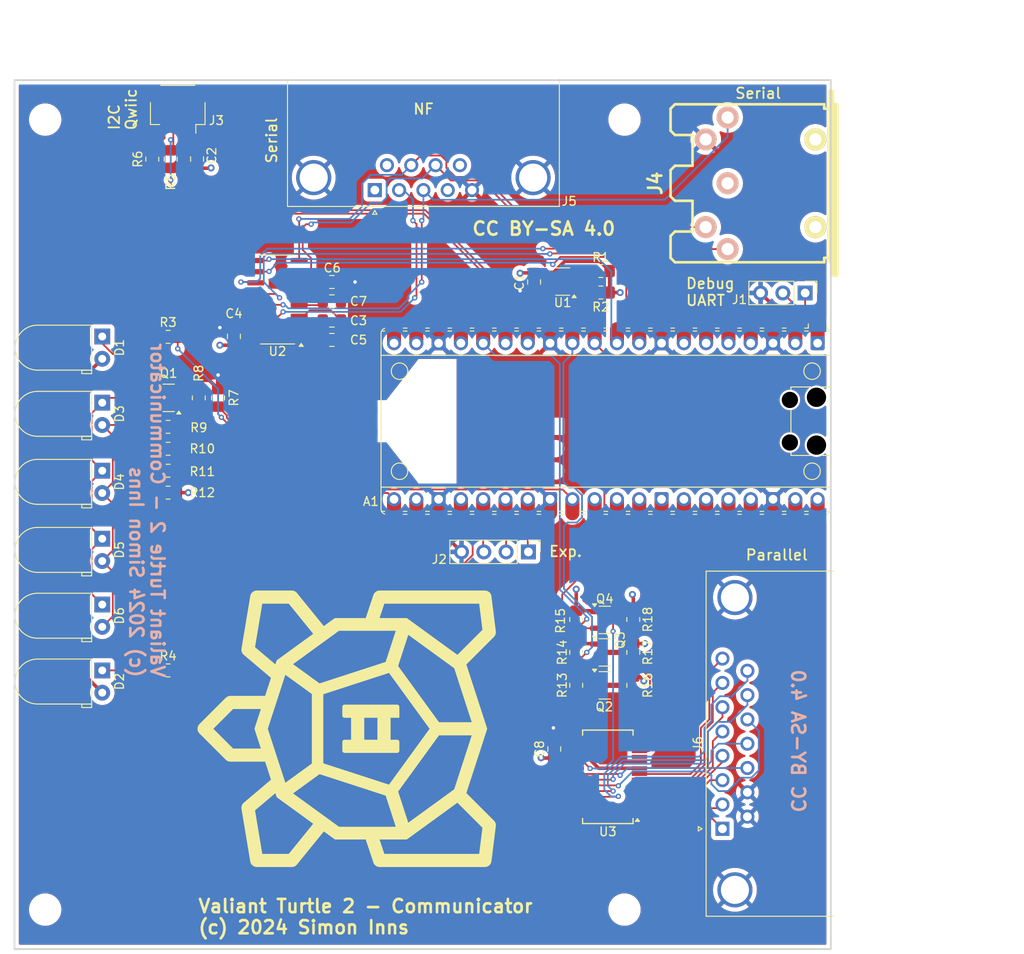
<source format=kicad_pcb>
(kicad_pcb (version 20240108) (generator "pcbnew") (generator_version "8.0")
  (layers (0 "F.Cu" signal) (1 "In1.Cu" power "PWR.Cu") (2 "In2.Cu" power "GND.Cu") (31 "B.Cu" signal) (34 "B.Paste" user) (35 "F.Paste" user) (36 "B.SilkS" user "B.Silkscreen") (37 "F.SilkS" user "F.Silkscreen") (38 "B.Mask" user) (39 "F.Mask" user) (44 "Edge.Cuts" user))
  (net 0 "")
  (net 3 "SCK0")
  (net 4 "SCK1")
  (net 6 "Net-(A1-GPIO16)")
  (net 7 "TxD1")
  (net 8 "RTS1")
  (net 9 "+5V")
  (net 10 "GND")
  (net 12 "+3V3")
  (net 14 "INT0")
  (net 15 "Net-(A1-GPIO20)")
  (net 16 "Net-(A1-GPIO1)")
  (net 19 "CTS1")
  (net 20 "SDA0")
  (net 22 "RxD1")
  (net 26 "SDA1")
  (net 28 "Net-(A1-GPIO18)")
  (net 30 "Net-(A1-GPIO19)")
  (net 33 "Net-(A1-GPIO0)")
  (net 36 "Net-(A1-GPIO21)")
  (net 39 "IR_LED")
  (net 49 "Net-(U2-C1-)")
  (net 50 "Net-(U2-C1+)")
  (net 51 "Net-(U2-VS+)")
  (net 52 "Net-(U2-VS-)")
  (net 53 "Net-(U2-C2+)")
  (net 54 "Net-(U2-C2-)")
  (net 55 "Net-(D1-K)")
  (net 56 "Net-(D2-K)")
  (net 57 "Net-(D3-A)")
  (net 58 "Net-(D3-K)")
  (net 60 "Net-(U2-R1IN)")
  (net 61 "Net-(U2-T2OUT)")
  (net 62 "Net-(U2-R2IN)")
  (net 64 "Net-(U2-T1OUT)")
  (net 68 "/Parallel Interface/DAT5")
  (net 69 "/Parallel Interface/UN0")
  (net 70 "/Parallel Interface/DAT4")
  (net 71 "/Parallel Interface/DAT6")
  (net 72 "/Parallel Interface/DAT7")
  (net 73 "/Parallel Interface/~{ACK}")
  (net 74 "/Parallel Interface/DAT3")
  (net 75 "/Parallel Interface/DAT1")
  (net 76 "/Parallel Interface/DAT2")
  (net 77 "/Parallel Interface/BUSY")
  (net 78 "/Parallel Interface/DAT0")
  (net 79 "/Parallel Interface/UN1")
  (net 80 "/Parallel Interface/~{DATASTROBE}")
  (net 81 "Net-(Q1-G)")
  (net 82 "SDA_5")
  (net 83 "SCK_5")
  (net 84 "INT_5")
  (footprint "Resistor_SMD:R_0805_2012Metric_Pad1.20x1.40mm_HandSolder" (layer "F.Cu") (at 123.2 87.2 90)
    (property "Reference" "R7")
    (property "Value" "10K")
  )
  (footprint "Resistor_SMD:R_0805_2012Metric_Pad1.20x1.40mm_HandSolder" (layer "F.Cu") (at 166.8 72.75 180)
    (property "Reference" "R1")
    (property "Value" "10K")
  )
  (footprint "LED_THT:LED_D5.0mm_Horizontal_O1.27mm_Z3.0mm_Clear" (layer "F.Cu") (at 110 80.21 -90)
    (property "Reference" "D1")
    (property "Value" "Green")
  )
  (footprint "Connector_Dsub:DSUB-9_Female_Horizontal_P2.77x2.84mm_EdgePinOffset9.90mm_Housed_MountingHolesOffset11.32mm" (layer "F.Cu") (at 141.05 63.530331 180)
    (property "Reference" "J5")
    (property "Value" "DE9_Receptacle_MountingHoles")
  )
  (footprint "MountingHole:MountingHole_3.2mm_M3" (layer "F.Cu") (at 169.5 145.5)
    (property "Reference" "H4" (hide yes))
    (property "Value" "MountingHole")
  )
  (footprint "Connector_PinHeader_2.54mm:PinHeader_1x04_P2.54mm_Vertical" (layer "F.Cu") (at 158.55 104.75 -90)
    (property "Reference" "J2")
    (property "Value" "Buttons")
  )
  (footprint "Resistor_SMD:R_0805_2012Metric_Pad1.20x1.40mm_HandSolder" (layer "F.Cu") (at 117.5 118.25)
    (property "Reference" "R4")
    (property "Value" "220R")
  )
  (footprint "MountingHole:MountingHole_3.2mm_M3" (layer "F.Cu") (at 169.5 55.5)
    (property "Reference" "H2" (hide yes))
    (property "Value" "MountingHole")
  )
  (footprint "Package_TO_SOT_SMD:SOT-23-5" (layer "F.Cu") (at 162.4625 73.95 180)
    (property "Reference" "U1")
    (property "Value" "24LC16BT-I/OT")
  )
  (footprint "Package_SO:SSOP-28_5.3x10.2mm_P0.65mm" (layer "F.Cu") (at 167.6 130.375 180)
    (property "Reference" "U3")
    (property "Value" "MCP23017_SS")
  )
  (footprint "Package_SO:SOIC-16_3.9x9.9mm_P1.27mm" (layer "F.Cu") (at 129.9625 76 180)
    (property "Reference" "U2")
    (property "Value" "MAX3232")
  )
  (footprint "Resistor_SMD:R_0805_2012Metric_Pad1.20x1.40mm_HandSolder" (layer "F.Cu") (at 117.5 80.25)
    (property "Reference" "R3")
    (property "Value" "220R")
  )
  (footprint "LED_THT:LED_D5.0mm_Horizontal_O1.27mm_Z3.0mm_IRBlack" (layer "F.Cu") (at 110 110.75 -90)
    (property "Reference" "D6")
    (property "Value" "OSRAM SFH4557")
  )
  (footprint "Resistor_SMD:R_0805_2012Metric_Pad1.20x1.40mm_HandSolder" (layer "F.Cu") (at 170.5 116.2 -90)
    (property "Reference" "R17")
    (property "Value" "10K")
  )
  (footprint "midi_din5:MIDI_DIN5" (layer "F.Cu") (at 184.2472 62.75192 90)
    (property "Reference" "J4")
    (property "Value" "DIN-5_180degree" (hide yes))
  )
  (footprint "Capacitor_SMD:C_0805_2012Metric_Pad1.18x1.45mm_HandSolder" (layer "F.Cu") (at 159.2 74 90)
    (property "Reference" "C1")
    (property "Value" "100nF")
  )
  (footprint "Resistor_SMD:R_0805_2012Metric_Pad1.20x1.40mm_HandSolder" (layer "F.Cu") (at 115.7 60 90)
    (property "Reference" "R6")
    (property "Value" "10K")
  )
  (footprint "Resistor_SMD:R_0805_2012Metric_Pad1.20x1.40mm_HandSolder" (layer "F.Cu") (at 170.5 112.45 -90)
    (property "Reference" "R18")
    (property "Value" "10K")
  )
  (footprint "Resistor_SMD:R_0805_2012Metric_Pad1.20x1.40mm_HandSolder" (layer "F.Cu") (at 170.5 119.95 -90)
    (property "Reference" "R16")
    (property "Value" "10K")
  )
  (footprint "Package_TO_SOT_SMD:SOT-23" (layer "F.Cu") (at 117.5625 87.2 180)
    (property "Reference" "Q1")
    (property "Value" "ZXMN3A01F")
  )
  (footprint "Resistor_SMD:R_0805_2012Metric_Pad1.20x1.40mm_HandSolder" (layer "F.Cu") (at 121 87.2 -90)
    (property "Reference" "R8")
    (property "Value" "100R")
  )
  (footprint "Resistor_SMD:R_0805_2012Metric_Pad1.20x1.40mm_HandSolder" (layer "F.Cu") (at 117.5 90.5 180)
    (property "Reference" "R9")
    (property "Value" "10R")
  )
  (footprint "Package_TO_SOT_SMD:SOT-23" (layer "F.Cu") (at 167.25 116.2)
    (property "Reference" "Q3")
    (property "Value" "BSS138")
  )
  (footprint "Resistor_SMD:R_0805_2012Metric_Pad1.20x1.40mm_HandSolder" (layer "F.Cu") (at 164 112.45 -90)
    (property "Reference" "R15")
    (property "Value" "10K")
  )
  (footprint "LED_THT:LED_D5.0mm_Horizontal_O1.27mm_Z3.0mm_IRBlack" (layer "F.Cu") (at 110 87.75 -90)
    (property "Reference" "D3")
    (property "Value" "OSRAM SFH4557")
  )
  (footprint "Capacitor_SMD:C_0805_2012Metric_Pad1.18x1.45mm_HandSolder" (layer "F.Cu") (at 136.1625 78.4 180)
    (property "Reference" "C3")
    (property "Value" "100nF")
  )
  (footprint "Connector_JST:JST_SH_SM04B-SRSS-TB_1x04-1MP_P1.00mm_Horizontal" (layer "F.Cu") (at 118.6 54.275 180)
    (property "Reference" "J3")
    (property "Value" "Qwiic1")
  )
  (footprint "Resistor_SMD:R_0805_2012Metric_Pad1.20x1.40mm_HandSolder" (layer "F.Cu") (at 117.5 95.5 180)
    (property "Reference" "R11")
    (property "Value" "10R")
  )
  (footprint "Capacitor_SMD:C_0805_2012Metric_Pad1.18x1.45mm_HandSolder" (layer "F.Cu") (at 136.1625 76.2)
    (property "Reference" "C7")
    (property "Value" "100nF")
  )
  (footprint "Connector_Dsub:DSUB-15_Male_Horizontal_P2.77x2.84mm_EdgePinOffset9.90mm_Housed_MountingHolesOffset11.32mm" (layer "F.Cu") (at 180.66 136.295 90)
    (property "Reference" "J6")
    (property "Value" "DA15_Plug_MountingHoles")
  )
  (footprint "Capacitor_SMD:C_0805_2012Metric_Pad1.18x1.45mm_HandSolder" (layer "F.Cu") (at 136.1625 74)
    (property "Reference" "C6")
    (property "Value" "100nF")
  )
  (footprint "Module_RaspberryPi_Pico:RaspberryPi_Pico_Common" (layer "F.Cu") (at 167.37 89.86 -90)
    (property "Reference" "A1")
    (property "Value" "RaspberryPi_Pico_W")
  )
  (footprint "Capacitor_SMD:C_0805_2012Metric_Pad1.18x1.45mm_HandSolder" (layer "F.Cu") (at 125 80.2 90)
    (property "Reference" "C4")
    (property "Value" "100nF")
  )
  (footprint "LED_THT:LED_D5.0mm_Horizontal_O1.27mm_Z3.0mm_IRBlack" (layer "F.Cu") (at 110 95.5 -90)
    (property "Reference" "D4")
    (property "Value" "OSRAM SFH4557")
  )
  (footprint "Package_TO_SOT_SMD:SOT-23" (layer "F.Cu") (at 167.25 112.5)
    (property "Reference" "Q4")
    (property "Value" "BSS138")
  )
  (footprint "Resistor_SMD:R_0805_2012Metric_Pad1.20x1.40mm_HandSolder" (layer "F.Cu") (at 164 119.95 -90)
    (property "Reference" "R13")
    (property "Value" "10K")
  )
  (footprint "Package_TO_SOT_SMD:SOT-23" (layer "F.Cu") (at 167.25 119.95)
    (property "Reference" "Q2")
    (property "Value" "BSS138")
  )
  (footprint "Capacitor_SMD:C_0805_2012Metric_Pad1.18x1.45mm_HandSolder" (layer "F.Cu") (at 136.1625 80.6)
    (property "Reference" "C5")
    (property "Value" "100nF")
  )
  (footprint "LED_THT:LED_D5.0mm_Horizontal_O1.27mm_Z3.0mm_IRBlack" (layer "F.Cu") (at 110 103.25 -90)
    (property "Reference" "D5")
    (property "Value" "OSRAM SFH4557")
  )
  (footprint "MountingHole:MountingHole_3.2mm_M3" (layer "F.Cu") (at 103.5 55.5)
    (property "Reference" "H1" (hide yes))
    (property "Value" "MountingHole")
  )
  (footprint "Connector_PinHeader_2.54mm:PinHeader_1x03_P2.54mm_Vertical" (layer "F.Cu") (at 190.08 75.25 -90)
    (property "Reference" "J1")
    (property "Value" "Debug UART")
  )
  (footprint "Resistor_SMD:R_0805_2012Metric_Pad1.20x1.40mm_HandSolder" (layer "F.Cu") (at 117.8 60 90)
    (property "Reference" "R5")
    (property "Value" "10K")
  )
  (footprint "Resistor_SMD:R_0805_2012Metric_Pad1.20x1.40mm_HandSolder" (layer "F.Cu") (at 164 116.2 -90)
    (property "Reference" "R14")
    (property "Value" "10K")
  )
  (footprint "Resistor_SMD:R_0805_2012Metric_Pad1.20x1.40mm_HandSolder" (layer "F.Cu") (at 117.5 98 180)
    (property "Reference" "R12")
    (property "Value" "10R")
  )
  (footprint "Capacitor_SMD:C_0805_2012Metric_Pad1.18x1.45mm_HandSolder" (layer "F.Cu") (at 120.8 60 -90)
    (property "Reference" "C2")
    (property "Value" "100nF")
  )
  (footprint "Capacitor_SMD:C_0805_2012Metric_Pad1.18x1.45mm_HandSolder" (layer "F.Cu") (at 161.5 127.2 90)
    (property "Reference" "C8")
    (property "Value" "100nF")
  )
  (footprint "MountingHole:MountingHole_3.2mm_M3" (layer "F.Cu") (at 103.5 145.5)
    (property "Reference" "H3" (hide yes))
    (property "Value" "MountingHole")
  )
  (footprint "Resistor_SMD:R_0805_2012Metric_Pad1.20x1.40mm_HandSolder" (layer "F.Cu") (at 166.8 75.2 180)
    (property "Reference" "R2")
    (property "Value" "10K")
  )
  (footprint "Resistor_SMD:R_0805_2012Metric_Pad1.20x1.40mm_HandSolder" (layer "F.Cu") (at 117.5 93 180)
    (property "Reference" "R10")
    (property "Value" "10R")
  )
  (footprint "LED_THT:LED_D5.0mm_Horizontal_O1.27mm_Z3.0mm_Clear" (layer "F.Cu") (at 110 118.25 -90)
    (property "Reference" "D2")
    (property "Value" "Blue")
  )
  (gr_poly (pts (xy 143.6 123.4) (xy 142.6 123.4) (xy 142.6 126.4) (xy 143.6 126.4) (xy 143.6 127.4) (xy 137.6 127.4) (xy 137.6 126.4) (xy 138.6 126.4) (xy 139.6 126.4) (xy 141.6 126.4) (xy 141.6 123.4) (xy 139.6 123.4) (xy 139.6 126.4) (xy 138.6 126.4) (xy 138.6 123.4) (xy 137.6 123.4) (xy 137.6 122.4) (xy 143.6 122.4)) (stroke (width 0.5)) (fill solid) (layer "F.SilkS"))
  (gr_poly (pts (xy 131.72941 109.417) (xy 131.85 109.467) (xy 131.95356 109.5465) (xy 135.19941 113.5414) (xy 136.58279 112.5363) (xy 140.195154 112.5363) (xy 141.247339 112.5363) (xy 144.61721 112.5363) (xy 150.489881 116.80302) (xy 153.577001 113.7159) (xy 153.1625 110.4) (xy 141.959421 110.4) (xy 141.247339 112.5363) (xy 140.195154 112.5363) (xy 141.117029 109.7706) (xy 141.166986 109.65) (xy 141.246439 109.5465) (xy 141.35 109.467) (xy 141.47059 109.417) (xy 141.6 109.4) (xy 153.6 109.4) (xy 153.729402 109.417) (xy 153.85 109.467) (xy 153.9535 109.5465) (xy 154.032999 109.65) (xy 154.083002 109.7706) (xy 154.1 109.9) (xy 154.6 113.9) (xy 154.583002 114.0294) (xy 154.532999 114.15) (xy 154.4535 114.2536) (xy 151.1984 117.5087) (xy 153.6 124.9) (xy 151.1984 132.2913) (xy 154.4535 135.5464) (xy 154.532999 135.65) (xy 154.583002 135.7706) (xy 154.6 135.9) (xy 154.1 139.9) (xy 154.083002 140.0294) (xy 154.032999 140.15) (xy 153.9535 140.2535) (xy 153.85 140.332999) (xy 153.729402 140.383) (xy 153.6 140.4) (xy 141.6 140.4) (xy 141.47059 140.383) (xy 141.35 140.332999) (xy 141.246439 140.2535) (xy 141.166986 140.15) (xy 141.117029 140.0294) (xy 140.195154 137.263701) (xy 141.247339 137.263701) (xy 141.959421 139.4) (xy 153.1625 139.4) (xy 153.577001 136.084101) (xy 150.489881 132.996981) (xy 144.61721 137.263701) (xy 141.247339 137.263701) (xy 140.195154 137.263701) (xy 136.58279 137.263701) (xy 135.19941 136.258601) (xy 131.95356 140.2535) (xy 131.85 140.332999) (xy 131.72941 140.383) (xy 131.6 140.4) (xy 127.6 140.4) (xy 127.4706 140.383) (xy 127.35 140.332999) (xy 127.2465 140.2535) (xy 127.167 140.15) (xy 127.117 140.0294) (xy 126.128417 134.097891) (xy 127.1375 134.097891) (xy 128.0212 139.4) (xy 131.36544 139.4) (xy 134.39352 135.6731) (xy 130.0828 132.541201) (xy 129.992223 132.262431) (xy 131.31713 132.262431) (xy 136.891809 136.312701) (xy 143.782461 136.312701) (xy 142.48434 132.317469) (xy 141.533252 132.00844) (xy 143.4354 132.00844) (xy 144.733511 136.003699) (xy 150.308191 131.953421) (xy 152.4375 125.4) (xy 148.236721 125.4) (xy 143.4354 132.00844) (xy 141.533252 132.00844) (xy 134.71566 129.793261) (xy 131.31713 132.262431) (xy 129.992223 132.262431) (xy 129.8444 131.807471) (xy 127.1375 134.097891) (xy 126.128417 134.097891) (xy 126.117 134.029391) (xy 126.1 133.9) (xy 126.117 133.77059) (xy 126.167 133.65) (xy 126.2465 133.546439) (xy 129.4965 130.796441) (xy 129.512 130.78451) (xy 128.7372 128.4) (xy 124.6 128.4) (xy 124.4706 128.38296) (xy 124.35 128.333001) (xy 124.2465 128.25355) (xy 121.2465 125.253546) (xy 121.166999 125.15) (xy 121.117 125.029395) (xy 121.1 124.9) (xy 122.3071 124.9) (xy 124.8071 127.4) (xy 128.4123 127.4) (xy 127.6 124.9) (xy 128.6 124.9) (xy 130.72935 131.453421) (xy 134.12788 128.98424) (xy 134.12788 120.81576) (xy 134.086244 120.785509) (xy 134.93688 120.785509) (xy 134.93688 129.01449) (xy 142.76312 131.557391) (xy 147.6 124.9) (xy 142.76312 118.242609) (xy 134.93688 120.785509) (xy 134.086244 120.785509) (xy 130.72935 118.34658) (xy 128.6 124.9) (xy 127.6 124.9) (xy 128.4123 122.4) (xy 124.8071 122.4) (xy 122.3071 124.9) (xy 121.1 124.9) (xy 121.117 124.770605) (xy 121.166999 124.65) (xy 121.2465 124.546454) (xy 124.2465 121.54645) (xy 124.35 121.466999) (xy 124.4706 121.41704) (xy 124.6 121.4) (xy 128.7372 121.4) (xy 129.512 119.01549) (xy 129.4965 119.00356) (xy 126.2465 116.25356) (xy 126.167 116.15) (xy 126.117 116.02941) (xy 126.1 115.9) (xy 126.117 115.77061) (xy 126.128417 115.70211) (xy 127.1375 115.70211) (xy 129.8444 117.992529) (xy 129.992223 117.537569) (xy 131.31713 117.537569) (xy 134.71566 120.00674) (xy 141.53325 117.79156) (xy 143.4354 117.79156) (xy 148.236721 124.4) (xy 152.4375 124.4) (xy 150.308191 117.84658) (xy 144.733511 113.7963) (xy 143.4354 117.79156) (xy 141.53325 117.79156) (xy 142.48434 117.48253) (xy 143.782461 113.4873) (xy 136.891809 113.4873) (xy 131.31713 117.537569) (xy 129.992223 117.537569) (xy 130.0828 117.2588) (xy 134.39352 114.1269) (xy 131.36544 110.4) (xy 128.0212 110.4) (xy 127.1375 115.70211) (xy 126.128417 115.70211) (xy 127.117 109.7706) (xy 127.167 109.65) (xy 127.2465 109.5465) (xy 127.35 109.467) (xy 127.4706 109.417) (xy 127.6 109.4) (xy 131.6 109.4)) (stroke (width 0.5)) (fill solid) (layer "F.SilkS"))
  (gr_line (start 193 51) (end 100 51) (stroke (width 0.2)) (layer "Edge.Cuts"))
  (gr_line (start 193 150) (end 193 51) (stroke (width 0.2)) (layer "Edge.Cuts"))
  (gr_line (start 100 51) (end 100 150) (stroke (width 0.2)) (layer "Edge.Cuts"))
  (gr_line (start 100 150) (end 193 150) (stroke (width 0.2)) (layer "Edge.Cuts"))
  (gr_text "Valiant Turtle 2 - Communicator\n(c) 2024 Simon Inns" (at 113 119.2 -90) (layer "B.SilkS") (effects (font (size 1.5 1.5) (thickness 0.3) (bold yes)) (justify left bottom mirror)))
  (gr_text "CC BY-SA 4.0" (at 188.4 134.6 -90) (layer "B.SilkS") (effects (font (size 1.5 1.5) (thickness 0.3) (bold yes)) (justify left bottom mirror)))
  (gr_text "Debug\nUART" (at 176.4 76.8 0) (layer "F.SilkS") (effects (font (size 1.2 1.2) (thickness 0.2) (bold yes)) (justify left bottom)))
  (gr_text "Parallel" (at 183.2 105.8 0) (layer "F.SilkS") (effects (font (size 1.2 1.2) (thickness 0.2) (bold yes)) (justify left bottom)))
  (gr_text "I2C\nQwiic" (at 114 56.8 90) (layer "F.SilkS") (effects (font (size 1.2 1.2) (thickness 0.2) (bold yes)) (justify left bottom)))
  (gr_text "Serial" (at 182 53.2 0) (layer "F.SilkS") (effects (font (size 1.2 1.2) (thickness 0.2) (bold yes)) (justify left bottom)))
  (gr_text "Exp." (at 160.8 105.4 0) (layer "F.SilkS") (effects (font (size 1.2 1.2) (thickness 0.2) (bold yes)) (justify left bottom)))
  (gr_text "Serial" (at 130 60.6 90) (layer "F.SilkS") (effects (font (size 1.2 1.2) (thickness 0.2) (bold yes)) (justify left bottom)))
  (gr_text "NF" (at 146.6 55 0) (layer "F.SilkS") (effects (font (size 1.2 1.2) (thickness 0.2) (bold yes)) (justify bottom)))
  (gr_text "CC BY-SA 4.0" (at 152 68.8 0) (layer "F.SilkS") (effects (font (size 1.5 1.5) (thickness 0.3) (bold yes)) (justify left bottom)))
  (gr_text "Valiant Turtle 2 - Communicator\n(c) 2024 Simon Inns" (at 120.8 148.4 0) (layer "F.SilkS") (effects (font (size 1.5 1.5) (thickness 0.3) (bold yes)) (justify left bottom)))
  (segment (start 165.8 75.2) (end 163.9 75.2) (width 0.2) (layer "F.Cu") (net 3))
  (segment (start 164 117.2) (end 164.2 117.2) (width 0.2) (layer "F.Cu") (net 3))
  (segment (start 163.9 75.2) (end 163.6 74.9) (width 0.2) (layer "F.Cu") (net 3))
  (segment (start 164.2 117.2) (end 165.2 116.2) (width 0.2) (layer "F.Cu") (net 3))
  (segment (start 164.05 117.15) (end 164 117.2) (width 0.2) (layer "F.Cu") (net 3))
  (segment (start 166.3125 117.15) (end 164.05 117.15) (width 0.2) (layer "F.Cu") (net 3))
  (segment (start 163.56 80.97) (end 163.56 74.94) (width 0.2) (layer "F.Cu") (net 3))
  (segment (start 163.56 74.94) (end 163.6 74.9) (width 0.2) (layer "F.Cu") (net 3))
  (via (at 165.2 116.2) (size 0.6) (drill 0.3) (layers "F.Cu" "B.Cu") (net 3))
  (segment (start 164.66 98.294365) (end 163.765635 97.4) (width 0.2) (layer "B.Cu") (net 3))
  (segment (start 163.56 82.170031) (end 163.56 80.97) (width 0.2) (layer "B.Cu") (net 3))
  (segment (start 164.66 100.8) (end 164.66 98.294365) (width 0.2) (layer "B.Cu") (net 3))
  (segment (start 162.6 101.8) (end 163 101.4) (width 0.2) (layer "B.Cu") (net 3))
  (segment (start 164.06 101.4) (end 164.66 100.8) (width 0.2) (layer "B.Cu") (net 3))
  (segment (start 165.8 112.151471) (end 164.624265 110.975735) (width 0.2) (layer "B.Cu") (net 3))
  (segment (start 162.530031 96.730031) (end 162.530031 83.2) (width 0.2) (layer "B.Cu") (net 3))
  (segment (start 163.765635 97.4) (end 163.2 97.4) (width 0.2) (layer "B.Cu") (net 3))
  (segment (start 165.8 115.6) (end 165.8 112.151471) (width 0.2) (layer "B.Cu") (net 3))
  (segment (start 164.624265 110.975735) (end 162.6 108.95147) (width 0.2) (layer "B.Cu") (net 3))
  (segment (start 163 101.4) (end 164.06 101.4) (width 0.2) (layer "B.Cu") (net 3))
  (segment (start 162.530031 83.2) (end 163.56 82.170031) (width 0.2) (layer "B.Cu") (net 3))
  (segment (start 162.6 108.95147) (end 162.6 101.8) (width 0.2) (layer "B.Cu") (net 3))
  (segment (start 163.2 97.4) (end 162.530031 96.730031) (width 0.2) (layer "B.Cu") (net 3))
  (segment (start 165.2 116.2) (end 165.8 115.6) (width 0.2) (layer "B.Cu") (net 3))
  (segment (start 117.1 57.6) (end 115.7 59) (width 0.2) (layer "F.Cu") (net 4))
  (segment (start 155.94 80.97) (end 155.94 75.505686) (width 0.2) (layer "F.Cu") (net 4))
  (segment (start 117.4 63.2) (end 116.4 62.2) (width 0.2) (layer "F.Cu") (net 4))
  (segment (start 146.651471 66.217157) (end 119.217157 66.217157) (width 0.2) (layer "F.Cu") (net 4))
  (segment (start 114.7 61.584744) (end 114.7 60) (width 0.2) (layer "F.Cu") (net 4))
  (segment (start 155.94 75.505686) (end 146.651471 66.217157) (width 0.2) (layer "F.Cu") (net 4))
  (segment (start 119.217157 66.217157) (end 117.4 64.4) (width 0.2) (layer "F.Cu") (net 4))
  (segment (start 114.7 60) (end 115.7 59) (width 0.2) (layer "F.Cu") (net 4))
  (segment (start 115.315256 62.2) (end 114.7 61.584744) (width 0.2) (layer "F.Cu") (net 4))
  (segment (start 117.1 56.275) (end 117.1 57.6) (width 0.2) (layer "F.Cu") (net 4))
  (segment (start 117.4 64.4) (end 117.4 63.2) (width 0.2) (layer "F.Cu") (net 4))
  (segment (start 116.4 62.2) (end 115.315256 62.2) (width 0.2) (layer "F.Cu") (net 4))
  (segment (start 142.529969 98.039969) (end 132.191439 98.039969) (width 0.2) (layer "F.Cu") (net 6))
  (segment (start 118.6 81.6) (end 118.6 80.35) (width 0.2) (layer "F.Cu") (net 6))
  (segment (start 132.191439 98.039969) (end 123.575735 89.424265) (width 0.2) (layer "F.Cu") (net 6))
  (segment (start 143.24 98.75) (end 142.529969 98.039969) (width 0.2) (layer "F.Cu") (net 6))
  (segment (start 118.6 80.35) (end 118.5 80.25) (width 0.2) (layer "F.Cu") (net 6))
  (via (at 123.575735 89.424265) (size 0.6) (drill 0.3) (layers "F.Cu" "B.Cu") (net 6))
  (via (at 118.6 81.6) (size 0.6) (drill 0.3) (layers "F.Cu" "B.Cu") (net 6))
  (segment (start 123.2 89.04853) (end 123.2 86.2) (width 0.2) (layer "B.Cu") (net 6))
  (segment (start 123.2 86.2) (end 118.6 81.6) (width 0.2) (layer "B.Cu") (net 6))
  (segment (start 123.575735 89.424265) (end 123.2 89.04853) (width 0.2) (layer "B.Cu") (net 6))
  (segment (start 176.96137 78) (end 175.6 78) (width 0.2) (layer "F.Cu") (net 7))
  (segment (start 170.5 72.5) (end 168.2 70.2) (width 0.2) (layer "F.Cu") (net 7))
  (segment (start 127.3925 74) (end 127.4875 74.095) (width 0.2) (layer "F.Cu") (net 7))
  (segment (start 175.2 77.6) (end 171.231372 77.6) (width 0.2) (layer "F.Cu") (net 7))
  (segment (start 171.231372 77.6) (end 170.5 76.868628) (width 0.2) (layer "F.Cu") (net 7))
  (segment (start 178.8 79.83863) (end 176.96137 78) (width 0.2) (layer "F.Cu") (net 7))
  (segment (start 125.8 74) (end 127.3925 74) (width 0.2) (layer "F.Cu") (net 7))
  (segment (start 178.8 80.97) (end 178.8 79.83863) (width 0.2) (layer "F.Cu") (net 7))
  (segment (start 168.2 70.2) (end 160.2 70.2) (width 0.2) (layer "F.Cu") (net 7))
  (segment (start 175.6 78) (end 175.2 77.6) (width 0.2) (layer "F.Cu") (net 7))
  (segment (start 170.5 76.868628) (end 170.5 72.5) (width 0.2) (layer "F.Cu") (net 7))
  (via (at 160.2 70.2) (size 0.6) (drill 0.3) (layers "F.Cu" "B.Cu") (net 7))
  (via (at 125.8 74) (size 0.6) (drill 0.3) (layers "F.Cu" "B.Cu") (net 7))
  (segment (start 127.6 74) (end 128 73.6) (width 0.2) (layer "B.Cu") (net 7))
  (segment (start 128 73.6) (end 128 70.985784) (width 0.2) (layer "B.Cu") (net 7))
  (segment (start 160.2 70.2) (end 128.785785 70.2) (width 0.2) (layer "B.Cu") (net 7))
  (segment (start 128.785785 70.2) (end 128.292892 70.692892) (width 0.2) (layer "B.Cu") (net 7))
  (segment (start 128 70.985784) (end 128.292892 70.692892) (width 0.2) (layer "B.Cu") (net 7))
  (segment (start 125.8 74) (end 127.6 74) (width 0.2) (layer "B.Cu") (net 7))
  (segment (start 167.95 71.15) (end 162.18505 71.15) (width 0.2) (layer "F.Cu") (net 8))
  (segment (start 127.4875 72.825) (end 128.975 72.825) (width 0.2) (layer "F.Cu") (net 8))
  (segment (start 128.975 72.825) (end 129 72.8) (width 0.2) (layer "F.Cu") (net 8))
  (segment (start 169.7 72.9) (end 167.95 71.15) (width 0.2) (layer "F.Cu") (net 8))
  (segment (start 171.18 80.97) (end 171.18 78.68) (width 0.2) (layer "F.Cu") (net 8))
  (segment (start 169.7 77.2) (end 169.7 72.9) (width 0.2) (layer "F.Cu") (net 8))
  (segment (start 162.18505 71.15) (end 161.335051 71.999999) (width 0.2) (layer "F.Cu") (net 8))
  (segment (start 171.18 78.68) (end 169.7 77.2) (width 0.2) (layer "F.Cu") (net 8))
  (via (at 129 72.8) (size 0.6) (drill 0.3) (layers "F.Cu" "B.Cu") (net 8))
  (via (at 161.335051 71.999999) (size 0.6) (drill 0.3) (layers "F.Cu" "B.Cu") (net 8))
  (segment (start 154.8 71.8) (end 161.135052 71.8) (width 0.2) (layer "B.Cu") (net 8))
  (segment (start 161.135052 71.8) (end 161.335051 71.999999) (width 0.2) (layer "B.Cu") (net 8))
  (segment (start 130 71.8) (end 154.8 71.8) (width 0.2) (layer "B.Cu") (net 8))
  (segment (start 129 72.8) (end 130 71.8) (width 0.2) (layer "B.Cu") (net 8))
  (segment (start 170.5 111.45) (end 170.5 109.7) (width 0.4) (layer "F.Cu") (net 9))
  (segment (start 160.0375 128.2375) (end 160 128.2) (width 0.4) (layer "F.Cu") (net 9))
  (segment (start 118.5 90.5) (end 118.5 93) (width 0.4) (layer "F.Cu") (net 9))
  (segment (start 171.2 129.4) (end 166.55 129.4) (width 0.4) (layer "F.Cu") (net 9))
  (segment (start 170.5 118.95) (end 171.205025 118.95) (width 0.4) (layer "F.Cu") (net 9))
  (segment (start 166.55 129.4) (end 165.25 128.1) (width 0.4) (layer "F.Cu") (net 9))
  (segment (start 161.6375 128.1) (end 161.5 128.2375) (width 0.4) (layer "F.Cu") (net 9))
  (segment (start 118.5 98) (end 119.8 98) (width 0.4) (layer "F.Cu") (net 9))
  (segment (start 118.5 98) (end 118.5 95.5) (width 0.4) (layer "F.Cu") (net 9))
  (segment (start 171.205025 118.95) (end 171.7 119.444975) (width 0.4) (layer "F.Cu") (net 9))
  (segment (start 164 128.1) (end 161.6375 128.1) (width 0.4) (layer "F.Cu") (net 9))
  (segment (start 170.5 109.7) (end 170.4 109.6) (width 0.4) (layer "F.Cu") (net 9))
  (segment (start 118.5 95.5) (end 118.5 93) (width 0.4) (layer "F.Cu") (net 9))
  (segment (start 170.5 115.2) (end 171.8 115.2) (width 0.4) (layer "F.Cu") (net 9))
  (segment (start 161.5 128.2375) (end 160.0375 128.2375) (width 0.4) (layer "F.Cu") (net 9))
  (segment (start 165.25 128.1) (end 164 128.1) (width 0.4) (layer "F.Cu") (net 9))
  (via (at 171.7 119.444975) (size 0.8) (drill 0.4) (layers "F.Cu" "B.Cu") (net 9))
  (via (at 171.8 115.2) (size 0.8) (drill 0.4) (layers "F.Cu" "B.Cu") (net 9))
  (via (at 119.8 98) (size 0.8) (drill 0.4) (layers "F.Cu" "B.Cu") (net 9))
  (via (at 160 128.2) (size 0.8) (drill 0.4) (layers "F.Cu" "B.Cu") (net 9))
  (via (at 170.4 109.6) (size 0.8) (drill 0.4) (layers "F.Cu" "B.Cu") (net 9))
  (segment (start 171.2 128.75) (end 166.748528 128.75) (width 0.4) (layer "F.Cu") (net 10))
  (segment (start 148.32 102.14) (end 150.93 104.75) (width 0.4) (layer "F.Cu") (net 10))
  (segment (start 161.5125 126.15) (end 161.5 126.1625) (width 0.4) (layer "F.Cu") (net 10))
  (segment (start 137.2 74) (end 138.8 74) (width 0.4) (layer "F.Cu") (net 10))
  (segment (start 122.2 85.2) (end 123.2 86.2) (width 0.4) (layer "F.Cu") (net 10))
  (segment (start 161.5 124.9) (end 161.4 124.8) (width 0.4) (layer "F.Cu") (net 10))
  (segment (start 118.5 86.25) (end 119.55 85.2) (width 0.4) (layer "F.Cu") (net 10))
  (segment (start 157.6375 75.0375) (end 157.6 75) (width 0.4) (layer "F.Cu") (net 10))
  (segment (start 123.2 86.2) (end 123.2 84.6) (width 0.4) (layer "F.Cu") (net 10))
  (segment (start 138.1875 74.9875) (end 137.2 74) (width 0.4) (layer "F.Cu") (net 10))
  (segment (start 137.2 80.6) (end 138.1875 79.6125) (width 0.4) (layer "F.Cu") (net 10))
  (segment (start 148.32 98.75) (end 148.32 102.14) (width 0.4) (layer "F.Cu") (net 10))
  (segment (start 186.42 76.67) (end 185 75.25) (width 0.4) (layer "F.Cu") (net 10))
  (segment (start 138.1875 79.6125) (end 138.1875 74.9875) (width 0.4) (layer "F.Cu") (net 10))
  (segment (start 127.4875 79.175) (end 125.0125 79.175) (width 0.4) (layer "F.Cu") (net 10))
  (segment (start 161.5 126.1625) (end 161.5 124.9) (width 0.4) (layer "F.Cu") (net 10))
  (segment (start 159.2 75.0375) (end 161.1875 75.0375) (width 0.4) (layer "F.Cu") (net 10))
  (segment (start 124.9625 79.2) (end 125 79.1625) (width 0.4) (layer "F.Cu") (net 10))
  (segment (start 186.42 80.97) (end 186.42 76.67) (width 0.4) (layer "F.Cu") (net 10))
  (segment (start 164 126.15) (end 161.5125 126.15) (width 0.4) (layer "F.Cu") (net 10))
  (segment (start 164 126.15) (end 164 127.45) (width 0.4) (layer "F.Cu") (net 10))
  (segment (start 123.4 79.2) (end 124.9625 79.2) (width 0.4) (layer "F.Cu") (net 10))
  (segment (start 120.1 58.2625) (end 120.8 58.9625) (width 0.4) (layer "F.Cu") (net 10))
  (segment (start 120.8 58.9625) (end 130.942169 58.9625) (width 0.4) (layer "F.Cu") (net 10))
  (segment (start 159.2 75.0375) (end 161.02 76.8575) (width 0.4) (layer "F.Cu") (net 10))
  (segment (start 125.0125 79.175) (end 125 79.1625) (width 0.4) (layer "F.Cu") (net 10))
  (segment (start 130.942169 58.9625) (end 134.09 62.110331) (width 0.4) (layer "F.Cu") (net 10))
  (segment (start 163.6 73.95) (end 162.275 73.95) (width 0.4) (layer "F.Cu") (net 10))
  (segment (start 119.55 85.2) (end 122.2 85.2) (width 0.4) (layer "F.Cu") (net 10))
  (segment (start 159.2 75.0375) (end 157.6375 75.0375) (width 0.4) (layer "F.Cu") (net 10))
  (segment (start 161.02 76.8575) (end 161.02 80.97) (width 0.4) (layer "F.Cu") (net 10))
  (segment (start 162.275 73.95) (end 161.325 74.9) (width 0.4) (layer "F.Cu") (net 10))
  (segment (start 165.448528 127.45) (end 164 127.45) (width 0.4) (layer "F.Cu") (net 10))
  (segment (start 166.748528 128.75) (end 165.448528 127.45) (width 0.4) (layer "F.Cu") (net 10))
  (segment (start 120.1 56.275) (end 120.1 58.2625) (width 0.4) (layer "F.Cu") (net 10))
  (segment (start 161.1875 75.0375) (end 161.325 74.9) (width 0.4) (layer "F.Cu") (net 10))
  (via (at 161.4 124.8) (size 0.8) (drill 0.4) (layers "F.Cu" "B.Cu") (net 10))
  (via (at 123.2 84.6) (size 0.8) (drill 0.4) (layers "F.Cu" "B.Cu") (net 10))
  (via (at 123.4 79.2) (size 0.8) (drill 0.4) (layers "F.Cu" "B.Cu") (net 10))
  (via (at 138.8 74) (size 0.8) (drill 0.4) (layers "F.Cu" "B.Cu") (net 10))
  (via (at 157.6 75) (size 0.8) (drill 0.4) (layers "F.Cu" "B.Cu") (net 10))
  (segment (start 162.9 114.1) (end 162.9 112.55) (width 0.4) (layer "F.Cu") (net 12))
  (segment (start 167.8 72.75) (end 166.7 71.65) (width 0.4) (layer "F.Cu") (net 12))
  (segment (start 119.1 56.275) (end 119.1 59.7) (width 0.4) (layer "F.Cu") (net 12))
  (segment (start 125.7925 80.445) (end 125 81.2375) (width 0.4) (layer "F.Cu") (net 12))
  (segment (start 124.9625 81.2) (end 125 81.2375) (width 0.4) (layer "F.Cu") (net 12))
  (segment (start 166.2625 118.95) (end 166.3125 119) (width 0.4) (layer "F.Cu") (net 12))
  (segment (start 122.3625 61.0375) (end 122.4 61) (width 0.4) (layer "F.Cu") (net 12))
  (segment (start 120.8 61.0375) (end 122.3625 61.0375) (width 0.4) (layer "F.Cu") (net 12))
  (segment (start 162.9 112.55) (end 164 111.45) (width 0.4) (layer "F.Cu") (net 12))
  (segment (start 162.9 117.85) (end 162.9 116.3) (width 0.4) (layer "F.Cu") (net 12))
  (segment (start 166.2125 111.45) (end 166.3125 111.55) (width 0.4) (layer "F.Cu") (net 12))
  (segment (start 161.325 73) (end 159.2375 73) (width 0.4) (layer "F.Cu") (net 12))
  (segment (start 108.3 119.09) (end 108.3 84.45) (width 0.4) (layer "F.Cu") (net 12))
  (segment (start 162.9 116.3) (end 164 115.2) (width 0.4) (layer "F.Cu") (net 12))
  (segment (start 164 111.45) (end 164 109) (width 0.4) (layer "F.Cu") (net 12))
  (segment (start 164 118.95) (end 166.2625 118.95) (width 0.4) (layer "F.Cu") (net 12))
  (segment (start 164 115.2) (end 162.9 114.1) (width 0.4) (layer "F.Cu") (net 12))
  (segment (start 127.4875 80.445) (end 125.7925 80.445) (width 0.4) (layer "F.Cu") (net 12))
  (segment (start 123.4 81.2) (end 124.9625 81.2) (width 0.4) (layer "F.Cu") (net 12))
  (segment (start 167.8 75.2) (end 167.8 72.75) (width 0.4) (layer "F.Cu") (net 12))
  (segment (start 108.3 84.45) (end 110 82.75) (width 0.4) (layer "F.Cu") (net 12))
  (segment (start 119.1 59.7) (end 117.8 61) (width 0.4) (layer "F.Cu") (net 12))
  (segment (start 164 111.45) (end 166.2125 111.45) (width 0.4) (layer "F.Cu") (net 12))
  (segment (start 157.6375 72.9625) (end 157.6 73) (width 0.4) (layer "F.Cu") (net 12))
  (segment (start 120.8 61.0375) (end 117.8375 61.0375) (width 0.4) (layer "F.Cu") (net 12))
  (segment (start 162.675 71.65) (end 161.325 73) (width 0.4) (layer "F.Cu") (net 12))
  (segment (start 167.8 75.2) (end 169 75.2) (width 0.4) (layer "F.Cu") (net 12))
  (segment (start 159.2 72.9625) (end 157.6375 72.9625) (width 0.4) (layer "F.Cu") (net 12))
  (segment (start 159.2375 73) (end 159.2 72.9625) (width 0.4) (layer "F.Cu") (net 12))
  (segment (start 166.7 71.65) (end 162.675 71.65) (width 0.4) (layer "F.Cu") (net 12))
  (segment (start 166.2625 115.2) (end 166.3125 115.25) (width 0.4) (layer "F.Cu") (net 12))
  (segment (start 110 120.79) (end 108.3 119.09) (width 0.4) (layer "F.Cu") (net 12))
  (segment (start 164 118.95) (end 162.9 117.85) (width 0.4) (layer "F.Cu") (net 12))
  (segment (start 117.8 61) (end 115.7 61) (width 0.4) (layer "F.Cu") (net 12))
  (segment (start 164 115.2) (end 166.2625 115.2) (width 0.4) (layer "F.Cu") (net 12))
  (segment (start 117.8375 61.0375) (end 117.8 61) (width 0.4) (layer "F.Cu") (net 12))
  (via (at 157.6 73) (size 0.8) (drill 0.4) (layers "F.Cu" "B.Cu") (net 12))
  (via (at 123.4 81.2) (size 0.8) (drill 0.4) (layers "F.Cu" "B.Cu") (net 12))
  (via (at 169 75.2) (size 0.8) (drill 0.4) (layers "F.Cu" "B.Cu") (net 12))
  (via (at 122.4 61) (size 0.8) (drill 0.4) (layers "F.Cu" "B.Cu") (net 12))
  (via (at 164 109) (size 0.8) (drill 0.4) (layers "F.Cu" "B.Cu") (net 12))
  (segment (start 164 113.45) (end 164.15 113.45) (width 0.2) (layer "F.Cu") (net 14))
  (segment (start 164.15 113.45) (end 165.2 112.4) (width 0.2) (layer "F.Cu") (net 14))
  (segment (start 164 113.45) (end 166.3125 113.45) (width 0.2) (layer "F.Cu") (net 14))
  (via (at 165.2 112.4) (size 0.6) (drill 0.3) (layers "F.Cu" "B.Cu") (net 14))
  (segment (start 165.2 112.117156) (end 162.130031 109.047187) (width 0.2) (layer "B.Cu") (net 14))
  (segment (start 165.2 112.4) (end 165.2 112.117156) (width 0.2) (layer "B.Cu") (net 14))
  (segment (start 161.2 82.4) (end 154.83 82.4) (width 0.2) (layer "B.Cu") (net 14))
  (segment (start 154.83 82.4) (end 153.4 80.97) (width 0.2) (layer "B.Cu") (net 14))
  (segment (start 162.130031 83.330031) (end 161.2 82.4) (width 0.2) (layer "B.Cu") (net 14))
  (segment (start 162.130031 109.047187) (end 162.130031 83.330031) (width 0.2) (layer "B.Cu") (net 14))
  (segment (start 155.94 98.75) (end 155.94 101.14) (width 0.2) (layer "F.Cu") (net 15))
  (segment (start 155.94 101.14) (end 156.01 101.21) (width 0.2) (layer "F.Cu") (net 15))
  (segment (start 156.01 101.21) (end 156.01 104.75) (width 0.2) (layer "F.Cu") (net 15))
  (segment (start 188.96 76.67) (end 187.54 75.25) (width 0.2) (layer "F.Cu") (net 16))
  (segment (start 188.96 80.97) (end 188.96 76.67) (width 0.2) (layer "F.Cu") (net 16))
  (segment (start 127.4875 71.555) (end 128.845 71.555) (width 0.2) (layer "F.Cu") (net 19))
  (segment (start 128.845 71.555) (end 129 71.4) (width 0.2) (layer "F.Cu") (net 19))
  (via (at 129 71.4) (size 0.6) (drill 0.3) (layers "F.Cu" "B.Cu") (net 19))
  (segment (start 166.6 71.4) (end 129 71.4) (width 0.2) (layer "B.Cu") (net 19))
  (segment (start 168.64 80.97) (end 168 80.33) (width 0.2) (layer "B.Cu") (net 19))
  (segment (start 168 72.8) (end 166.6 71.4) (width 0.2) (layer "B.Cu") (net 19))
  (segment (start 168 80.33) (end 168 72.8) (width 0.2) (layer "B.Cu") (net 19))
  (segment (start 166.1 80.97) (end 166.1 78.9) (width 0.2) (layer "F.Cu") (net 20))
  (segment (start 164.05 72.75) (end 165.8 72.75) (width 0.2) (layer "F.Cu") (net 20))
  (segment (start 166.7 73.65) (end 165.8 72.75) (width 0.2) (layer "F.Cu") (net 20))
  (segment (start 163.6 73) (end 163.8 73) (width 0.2) (layer "F.Cu") (net 20))
  (segment (start 163.8 73) (end 164.05 72.75) (width 0.2) (layer "F.Cu") (net 20))
  (segment (start 164 120.95) (end 166.2625 120.95) (width 0.2) (layer "F.Cu") (net 20))
  (segment (start 166.2625 120.95) (end 166.3125 120.9) (width 0.2) (layer "F.Cu") (net 20))
  (segment (start 162.4 119.35) (end 164 120.95) (width 0.2) (layer "F.Cu") (net 20))
  (segment (start 166.1 78.9) (end 166.7 78.3) (width 0.2) (layer "F.Cu") (net 20))
  (segment (start 166.7 78.3) (end 166.7 73.65) (width 0.2) (layer "F.Cu") (net 20))
  (segment (start 167.2 104.81005) (end 162.4 109.61005) (width 0.2) (layer "F.Cu") (net 20))
  (segment (start 162.4 109.61005) (end 162.4 119.35) (width 0.2) (layer "F.Cu") (net 20))
  (segment (start 166.1 80.97) (end 167.2 82.07) (width 0.2) (layer "F.Cu") (net 20))
  (segment (start 167.2 82.07) (end 167.2 104.81005) (width 0.2) (layer "F.Cu") (net 20))
  (segment (start 161.05 70.75) (end 161 70.8) (width 0.2) (layer "F.Cu") (net 22))
  (segment (start 170.1 77.034314) (end 170.1 72.734314) (width 0.2) (layer "F.Cu") (net 22))
  (segment (start 176.26 79.83863) (end 174.42137 78) (width 0.2) (layer "F.Cu") (net 22))
  (segment (start 129.765 75.365) (end 127.4875 75.365) (width 0.2) (layer "F.Cu") (net 22))
  (segment (start 176.26 80.97) (end 176.26 79.83863) (width 0.2) (layer "F.Cu") (net 22))
  (segment (start 171.065686 78) (end 170.1 77.034314) (width 0.2) (layer "F.Cu") (net 22))
  (segment (start 174.42137 78) (end 171.065686 78) (width 0.2) (layer "F.Cu") (net 22))
  (segment (start 168.115686 70.75) (end 161.05 70.75) (width 0.2) (layer "F.Cu") (net 22))
  (segment (start 170.1 72.734314) (end 168.115686 70.75) (width 0.2) (layer "F.Cu") (net 22))
  (segment (start 130.2 75.8) (end 129.765 75.365) (width 0.2) (layer "F.Cu") (net 22))
  (via (at 161 70.8) (size 0.6) (drill 0.3) (layers "F.Cu" "B.Cu") (net 22))
  (via (at 130.2 75.8) (size 0.6) (drill 0.3) (layers "F.Cu" "B.Cu") (net 22))
  (segment (start 161 70.8) (end 128.751471 70.8) (width 0.2) (layer "B.Cu") (net 22))
  (segment (start 128.751471 70.8) (end 128.4 71.151471) (width 0.2) (layer "B.Cu") (net 22))
  (segment (start 128.4 71.151471) (end 128.4 74) (width 0.2) (layer "B.Cu") (net 22))
  (segment (start 128.4 74) (end 130.2 75.8) (width 0.2) (layer "B.Cu") (net 22))
  (segment (start 118.1 58.7) (end 117.8 59) (width 0.2) (layer "F.Cu") (net 26))
  (segment (start 158.48 80.97) (end 158.48 80.14) (width 0.2) (layer "F.Cu") (net 26))
  (segment (start 118.1 56.275) (end 118.1 58.7) (width 0.2) (layer "F.Cu") (net 26))
  (segment (start 146.817157 65.817157) (end 119.382843 65.817157) (width 0.2) (layer "F.Cu") (net 26))
  (segment (start 158.48 80.14) (end 156.34 78) (width 0.2) (layer "F.Cu") (net 26))
  (segment (start 117.8 64.234314) (end 117.8 62.6) (width 0.2) (layer "F.Cu") (net 26))
  (segment (start 117.8 62.6) (end 117.8 62.4) (width 0.2) (layer "F.Cu") (net 26))
  (segment (start 156.34 75.34) (end 146.817157 65.817157) (width 0.2) (layer "F.Cu") (net 26))
  (segment (start 117.657086 58.857086) (end 117.8 59) (width 0.2) (layer "F.Cu") (net 26))
  (segment (start 118.1 55.859448) (end 118.1 56.275) (width 0.2) (layer "F.Cu") (net 26))
  (segment (start 117.8 57.8) (end 117.8 59) (width 0.2) (layer "F.Cu") (net 26))
  (segment (start 156.34 78) (end 156.34 75.34) (width 0.2) (layer "F.Cu") (net 26))
  (segment (start 119.382843 65.817157) (end 117.8 64.234314) (width 0.2) (layer "F.Cu") (net 26))
  (via (at 117.8 57.8) (size 0.6) (drill 0.3) (layers "F.Cu" "B.Cu") (net 26))
  (via (at 117.8 62.4) (size 0.6) (drill 0.3) (layers "F.Cu" "B.Cu") (net 26))
  (segment (start 117.8 62.4) (end 117.8 57.8) (width 0.2) (layer "B.Cu") (net 26))
  (segment (start 118.5 118.25) (end 118.5 107.9) (width 0.2) (layer "F.Cu") (net 28))
  (segment (start 150.86 101.26) (end 150.86 98.75) (width 0.2) (layer "F.Cu") (net 28))
  (segment (start 150.906346 106.4) (end 152.2 105.106346) (width 0.2) (layer "F.Cu") (net 28))
  (segment (start 152.2 102.6) (end 150.86 101.26) (width 0.2) (layer "F.Cu") (net 28))
  (segment (start 152.2 105.106346) (end 152.2 102.6) (width 0.2) (layer "F.Cu") (net 28))
  (segment (start 120 106.4) (end 150.906346 106.4) (width 0.2) (layer "F.Cu") (net 28))
  (segment (start 118.5 107.9) (end 120 106.4) (width 0.2) (layer "F.Cu") (net 28))
  (segment (start 153.4 104.68) (end 153.47 104.75) (width 0.2) (layer "F.Cu") (net 30))
  (segment (start 153.4 98.75) (end 153.4 104.68) (width 0.2) (layer "F.Cu") (net 30))
  (segment (start 191.5 80.1) (end 190.08 78.68) (width 0.2) (layer "F.Cu") (net 33))
  (segment (start 190.08 78.68) (end 190.08 75.25) (width 0.2) (layer "F.Cu") (net 33))
  (segment (start 191.5 80.97) (end 191.5 80.1) (width 0.2) (layer "F.Cu") (net 33))
  (segment (start 158.48 104.68) (end 158.55 104.75) (width 0.2) (layer "F.Cu") (net 36))
  (segment (start 158.48 98.75) (end 158.48 104.68) (width 0.2) (layer "F.Cu") (net 36))
  (segment (start 124.2 89.2) (end 123.2 88.2) (width 0.2) (layer "F.Cu") (net 39))
  (segment (start 162.449969 97.639969) (end 132.357125 97.639969) (width 0.2) (layer "F.Cu") (net 39))
  (segment (start 163.56 98.75) (end 162.449969 97.639969) (width 0.2) (layer "F.Cu") (net 39))
  (segment (start 124.2 89.482844) (end 124.2 89.2) (width 0.2) (layer "F.Cu") (net 39))
  (segment (start 132.357125 97.639969) (end 124.2 89.482844) (width 0.2) (layer "F.Cu") (net 39))
  (segment (start 123.2 88.2) (end 121 88.2) (width 0.2) (layer "F.Cu") (net 39))
  (segment (start 132.945 77.905) (end 132.4375 77.905) (width 0.2) (layer "F.Cu") (net 49))
  (segment (start 137.2 78.4) (end 136.025 77.225) (width 0.2) (layer "F.Cu") (net 49))
  (segment (start 136.025 77.225) (end 133.625 77.225) (width 0.2) (layer "F.Cu") (net 49))
  (segment (start 133.625 77.225) (end 132.945 77.905) (width 0.2) (layer "F.Cu") (net 49))
  (segment (start 131.1625 80.144999) (end 131.1625 78.834448) (width 0.2) (layer "F.Cu") (net 50))
  (segment (start 131.1625 78.834448) (end 131.421948 78.575) (width 0.2) (layer "F.Cu") (net 50))
  (segment (start 134.95 78.575) (end 135.125 78.4) (width 0.2) (layer "F.Cu") (net 50))
  (segment (start 132.4375 80.445) (end 131.462501 80.445) (width 0.2) (layer "F.Cu") (net 50))
  (segment (start 131.421948 78.575) (end 134.95 78.575) (width 0.2) (layer "F.Cu") (net 50))
  (segment (start 131.462501 80.445) (end 131.1625 80.144999) (width 0.2) (layer "F.Cu") (net 50))
  (segment (start 133.7 79.175) (end 132.4375 79.175) (width 0.2) (layer "F.Cu") (net 51))
  (segment (start 135.125 80.6) (end 133.7 79.175) (width 0.2) (layer "F.Cu") (net 51))
  (segment (start 135.125 74) (end 132.5325 74) (width 0.2) (layer "F.Cu") (net 52))
  (segment (start 132.5325 74) (end 132.4375 74.095) (width 0.2) (layer "F.Cu") (net 52))
  (segment (start 134.69 76.635) (end 135.125 76.2) (width 0.2) (layer "F.Cu") (net 53))
  (segment (start 132.4375 76.635) (end 134.69 76.635) (width 0.2) (layer "F.Cu") (net 53))
  (segment (start 132.4375 75.365) (end 132.7375 75.065) (width 0.2) (layer "F.Cu") (net 54))
  (segment (start 136.065 75.065) (end 137.2 76.2) (width 0.2) (layer "F.Cu") (net 54))
  (segment (start 132.7375 75.065) (end 136.065 75.065) (width 0.2) (layer "F.Cu") (net 54))
  (segment (start 116.2 82.2) (end 111.2 82.2) (width 0.2) (layer "F.Cu") (net 55))
  (segment (start 111.2 82.2) (end 110 81) (width 0.2) (layer "F.Cu") (net 55))
  (segment (start 110 81) (end 110 80.21) (width 0.2) (layer "F.Cu") (net 55))
  (segment (start 116.5 80.25) (end 116.5 81.9) (width 0.2) (layer "F.Cu") (net 55))
  (segment (start 116.5 81.9) (end 116.2 82.2) (width 0.2) (layer "F.Cu") (net 55))
  (segment (start 116.5 118.25) (end 110 118.25) (width 0.2) (layer "F.Cu") (net 56))
  (segment (start 111.2 104.59) (end 111.2 99.24) (width 0.2) (layer "F.Cu") (net 57))
  (segment (start 116.29 90.29) (end 116.5 90.5) (width 0.2) (layer "F.Cu") (net 57))
  (segment (start 116.46 98.04) (end 116.5 98) (width 0.2) (layer "F.Cu") (net 57))
  (segment (start 111.2 96.84) (end 111.2 91.49) (width 0.2) (layer "F.Cu") (net 57))
  (segment (start 111.2 106.99) (end 110 105.79) (width 0.2) (layer "F.Cu") (net 57))
  (segment (start 111.2 99.24) (end 110 98.04) (width 0.2) (layer "F.Cu") (net 57))
  (segment (start 116.5 93) (end 116.5 95.5) (width 0.2) (layer "F.Cu") (net 57))
  (segment (start 110 90.29) (end 116.29 90.29) (width 0.2) (layer "F.Cu") (net 57))
  (segment (start 116.5 98) (end 116.5 95.5) (width 0.2) (layer "F.Cu") (net 57))
  (segment (start 110 105.79) (end 111.2 104.59) (width 0.2) (layer "F.Cu") (net 57))
  (segment (start 111.2 91.49) (end 110 90.29) (width 0.2) (layer "F.Cu") (net 57))
  (segment (start 116.5 90.5) (end 116.5 93) (width 0.2) (layer "F.Cu") (net 57))
  (segment (start 110 98.04) (end 111.2 96.84) (width 0.2) (layer "F.Cu") (net 57))
  (segment (start 110 113.29) (end 111.2 112.09) (width 0.2) (layer "F.Cu") (net 57))
  (segment (start 111.2 112.09) (end 111.2 106.99) (width 0.2) (layer "F.Cu") (net 57))
  (segment (start 108.8 109.55) (end 108.8 104.45) (width 0.2) (layer "F.Cu") (net 58))
  (segment (start 108.8 104.45) (end 110 103.25) (width 0.2) (layer "F.Cu") (net 58))
  (segment (start 108.8 94.3) (end 108.8 88.95) (width 0.2) (layer "F.Cu") (net 58))
  (segment (start 110 95.5) (end 108.8 94.3) (width 0.2) (layer "F.Cu") (net 58))
  (segment (start 110.55 87.2) (end 110 87.75) (width 0.2) (layer "F.Cu") (net 58))
  (segment (start 110 103.25) (end 108.8 102.05) (width 0.2) (layer "F.Cu") (net 58))
  (segment (start 108.8 102.05) (end 108.8 96.7) (width 0.2) (layer "F.Cu") (net 58))
  (segment (start 110 110.75) (end 108.8 109.55) (width 0.2) (layer "F.Cu") (net 58))
  (segment (start 108.8 88.95) (end 110 87.75) (width 0.2) (layer "F.Cu") (net 58))
  (segment (start 108.8 96.7) (end 110 95.5) (width 0.2) (layer "F.Cu") (net 58))
  (segment (start 116.625 87.2) (end 110.55 87.2) (width 0.2) (layer "F.Cu") (net 58))
  (segment (start 146.4 74) (end 146.4 67) (width 0.2) (layer "F.Cu") (net 60))
  (segment (start 129.235 76.635) (end 129.27 76.6) (width 0.2) (layer "F.Cu") (net 60))
  (segment (start 127.4875 76.635) (end 129.235 76.635) (width 0.2) (layer "F.Cu") (net 60))
  (segment (start 129.27 76.6) (end 130.6 76.6) (width 0.2) (layer "F.Cu") (net 60))
  (via (at 146.4 74) (size 0.6) (drill 0.3) (layers "F.Cu" "B.Cu") (net 60))
  (via (at 130.6 76.6) (size 0.6) (drill 0.3) (layers "F.Cu" "B.Cu") (net 60))
  (via (at 146.4 67) (size 0.6) (drill 0.3) (layers "F.Cu" "B.Cu") (net 60))
  (segment (start 181.25 55.25384) (end 181.25 57.445419) (width 0.2) (layer "B.Cu") (net 60))
  (segment (start 144.9 75.9) (end 144.9 75.5) (width 0.2) (layer "B.Cu") (net 60))
  (segment (start 144.9 75.5) (end 146.4 74) (width 0.2) (layer "B.Cu") (net 60))
  (segment (start 146.4 67) (end 146.59 66.81) (width 0.2) (layer "B.Cu") (net 60))
  (segment (start 130.8 76.6) (end 131.2 77) (width 0.2) (layer "B.Cu") (net 60))
  (segment (start 174.065088 64.630331) (end 147.69 64.630331) (width 0.2) (layer "B.Cu") (net 60))
  (segment (start 146.59 66.81) (end 146.59 63.530331) (width 0.2) (layer "B.Cu") (net 60))
  (segment (start 143.8 77) (end 144.9 75.9) (width 0.2) (layer "B.Cu") (net 60))
  (segment (start 131.2 77) (end 143.8 77) (width 0.2) (layer "B.Cu") (net 60))
  (segment (start 130.6 76.6) (end 130.8 76.6) (width 0.2) (layer "B.Cu") (net 60))
  (segment (start 147.69 64.630331) (end 146.59 63.530331) (width 0.2) (layer "B.Cu") (net 60))
  (segment (start 181.25 57.445419) (end 174.065088 64.630331) (width 0.2) (layer "B.Cu") (net 60))
  (segment (start 178.25 70.25) (end 176.2 68.2) (width 0.2) (layer "F.Cu") (net 61))
  (segment (start 147.975 60.690331) (end 149.715 62.430331) (width 0.2) (layer "F.Cu") (net 61))
  (segment (start 153.2 62.430331) (end 158.684835 67.915165) (width 0.2) (layer "F.Cu") (net 61))
  (segment (start 133.220343 67.417157) (end 132.8375 67.8) (width 0.2) (layer "F.Cu") (net 61))
  (segment (start 149.715 62.430331) (end 153.2 62.430331) (width 0.2) (layer "F.Cu") (net 61))
  (segment (start 133.412499 72.825) (end 133.8 72.437499) (width 0.2) (layer "F.Cu") (net 61))
  (segment (start 133.8 72.437499) (end 133.8 71.301948) (width 0.2) (layer "F.Cu") (net 61))
  (segment (start 132.4375 72.825) (end 133.412499 72.825) (width 0.2) (layer "F.Cu") (net 61))
  (segment (start 132.8375 70.339448) (end 132.8375 67.8) (width 0.2) (layer "F.Cu") (net 61))
  (segment (start 133.8 71.301948) (end 132.8375 70.339448) (width 0.2) (layer "F.Cu") (net 61))
  (segment (start 176.2 68.2) (end 158.96967 68.2) (width 0.2) (layer "F.Cu") (net 61))
  (segment (start 181.25 70.25) (end 178.25 70.25) (width 0.2) (layer "F.Cu") (net 61))
  (segment (start 158.96967 68.2) (end 158.684835 67.915165) (width 0.2) (layer "F.Cu") (net 61))
  (segment (start 133.8 67.417157) (end 133.220343 67.417157) (width 0.2) (layer "F.Cu") (net 61))
  (via (at 133.8 67.417157) (size 0.6) (drill 0.3) (layers "F.Cu" "B.Cu") (net 61))
  (segment (start 138.348529 67.217157) (end 140.565686 65) (width 0.2) (layer "B.Cu") (net 61))
  (segment (start 134 67.217157) (end 138.348529 67.217157) (width 0.2) (layer "B.Cu") (net 61))
  (segment (start 141.78033 65) (end 142.4 64.38033) (width 0.2) (layer "B.Cu") (net 61))
  (segment (start 142.8 62.2) (end 146.465331 62.2) (width 0.2) (layer "B.Cu") (net 61))
  (segment (start 142.4 64.38033) (end 142.4 62.6) (width 0.2) (layer "B.Cu") (net 61))
  (segment (start 140.565686 65) (end 141.78033 65) (width 0.2) (layer "B.Cu") (net 61))
  (segment (start 133.8 67.417157) (end 134 67.217157) (width 0.2) (layer "B.Cu") (net 61))
  (segment (start 142.4 62.6) (end 142.8 62.2) (width 0.2) (layer "B.Cu") (net 61))
  (segment (start 146.465331 62.2) (end 147.975 60.690331) (width 0.2) (layer "B.Cu") (net 61))
  (segment (start 149.2 60.190331) (end 148.6 59.590331) (width 0.2) (layer "F.Cu") (net 62))
  (segment (start 146.305 59.590331) (end 145.205 60.690331) (width 0.2) (layer "F.Cu") (net 62))
  (segment (start 159.1481 67.7481) (end 153.430331 62.030331) (width 0.2) (layer "F.Cu") (net 62))
  (segment (start 148.6 59.590331) (end 146.305 59.590331) (width 0.2) (layer "F.Cu") (net 62))
  (segment (start 150.230331 62.030331) (end 149.2 61) (width 0.2) (layer "F.Cu") (net 62))
  (segment (start 178.7481 67.7481) (end 159.1481 67.7481) (width 0.2) (layer "F.Cu") (net 62))
  (segment (start 153.430331 62.030331) (end 150.230331 62.030331) (width 0.2) (layer "F.Cu") (net 62))
  (segment (start 132.4375 71.555) (end 132.4375 66.854657) (width 0.2) (layer "F.Cu") (net 62))
  (segment (start 149.2 61) (end 149.2 60.190331) (width 0.2) (layer "F.Cu") (net 62))
  (segment (start 132.4375 66.854657) (end 132.4 66.817157) (width 0.2) (layer "F.Cu") (net 62))
  (via (at 132.4 66.817157) (size 0.6) (drill 0.3) (layers "F.Cu" "B.Cu") (net 62))
  (segment (start 138.182843 66.817157) (end 139.590165 65.409835) (width 0.2) (layer "B.Cu") (net 62))
  (segment (start 144.105 61.790331) (end 145.205 60.690331) (width 0.2) (layer "B.Cu") (net 62))
  (segment (start 139.590165 62.790165) (end 140.59 61.790331) (width 0.2) (layer "B.Cu") (net 62))
  (segment (start 139.590165 65.409835) (end 139.590165 62.790165) (width 0.2) (layer "B.Cu") (net 62))
  (segment (start 132.4 66.817157) (end 138.182843 66.817157) (width 0.2) (layer "B.Cu") (net 62))
  (segment (start 140.59 61.790331) (end 144.105 61.790331) (width 0.2) (layer "B.Cu") (net 62))
  (segment (start 145.8 75.6) (end 145.8 67.4) (width 0.2) (layer "F.Cu") (net 64))
  (segment (start 145.8 67.4) (end 145.4 67) (width 0.2) (layer "F.Cu") (net 64))
  (segment (start 127.4875 77.905) (end 130.095 77.905) (width 0.2) (layer "F.Cu") (net 64))
  (segment (start 145.6 75.8) (end 145.8 75.6) (width 0.2) (layer "F.Cu") (net 64))
  (segment (start 130.095 77.905) (end 130.6 77.4) (width 0.2) (layer "F.Cu") (net 64))
  (via (at 145.6 75.8) (size 0.6) (drill 0.3) (layers "F.Cu" "B.Cu") (net 64))
  (via (at 130.6 77.4) (size 0.6) (drill 0.3) (layers "F.Cu" "B.Cu") (net 64))
  (via (at 145.4 67) (size 0.6) (drill 0.3) (layers "F.Cu" "B.Cu") (net 64))
  (segment (start 144 77.4) (end 145.6 75.8) (width 0.2) (layer "B.Cu") (net 64))
  (segment (start 145.4 67) (end 145.4 64.6) (width 0.2) (layer "B.Cu") (net 64))
  (segment (start 144.330331 63.530331) (end 143.82 63.530331) (width 0.2) (layer "B.Cu") (net 64))
  (segment (start 145.4 64.6) (end 144.330331 63.530331) (width 0.2) (layer "B.Cu") (net 64))
  (segment (start 130.6 77.4) (end 144 77.4) (width 0.2) (layer "B.Cu") (net 64))
  (segment (start 179 129.2) (end 179 125.23637) (width 0.2) (layer "F.Cu") (net 68))
  (segment (start 180.66 123.57637) (end 180.66 122.445) (width 0.2) (layer "F.Cu") (net 68))
  (segment (start 176.85 131.35) (end 179 129.2) (width 0.2) (layer "F.Cu") (net 68))
  (segment (start 171.2 131.35) (end 176.85 131.35) (width 0.2) (layer "F.Cu") (net 68))
  (segment (start 179 125.23637) (end 180.66 123.57637) (width 0.2) (layer "F.Cu") (net 68))
  (segment (start 164 130.05) (end 168.85 130.05) (width 0.2) (layer "F.Cu") (net 69))
  (segment (start 168.85 130.05) (end 169 130.2) (width 0.2) (layer "F.Cu") (net 69))
  (via (at 169 130.2) (size 0.6) (drill 0.3) (layers "F.Cu" "B.Cu") (net 69))
  (segment (start 169.83 129.37) (end 183.5 129.37) (width 0.2) (layer "B.Cu") (net 69))
  (segment (start 169 130.2) (end 169.83 129.37) (width 0.2) (layer "B.Cu") (net 69))
  (segment (start 179.56 126.315) (end 180.66 125.215) (width 0.2) (layer "F.Cu") (net 70))
  (segment (start 171.2 132) (end 176.765686 132) (width 0.2) (layer "F.Cu") (net 70))
  (segment (start 179.56 129.205686) (end 179.56 126.315) (width 0.2) (layer "F.Cu") (net 70))
  (segment (start 176.765686 132) (end 179.56 129.205686) (width 0.2) (layer "F.Cu") (net 70))
  (segment (start 176.934314 130.7) (end 178.6 129.034314) (width 0.2) (layer "F.Cu") (net 71))
  (segment (start 179.56 120.775) (end 180.66 119.675) (width 0.2) (layer "F.Cu") (net 71))
  (segment (start 178.6 125.070684) (end 178.835342 124.835342) (width 0.2) (layer "F.Cu") (net 71))
  (segment (start 178.835342 124.835342) (end 179.56 124.110685) (width 0.2) (layer "F.Cu") (net 71))
  (segment (start 171.2 130.7) (end 176.934314 130.7) (width 0.2) (layer "F.Cu") (net 71))
  (segment (start 179.56 124.110685) (end 179.56 120.775) (width 0.2) (layer "F.Cu") (net 71))
  (segment (start 178.6 129.034314) (end 178.6 125.070684) (width 0.2) (layer "F.Cu") (net 71))
  (segment (start 178.2 124.8) (end 179.16 123.84) (width 0.2) (layer "F.Cu") (net 72))
  (segment (start 179.16 118.405) (end 180.66 116.905) (width 0.2) (layer "F.Cu") (net 72))
  (segment (start 171.2 130.05) (end 177.018628 130.05) (width 0.2) (layer "F.Cu") (net 72))
  (segment (start 179.16 123.84) (end 179.16 118.405) (width 0.2) (layer "F.Cu") (net 72))
  (segment (start 178.2 128.868628) (end 178.2 124.8) (width 0.2) (layer "F.Cu") (net 72))
  (segment (start 177.018628 130.05) (end 178.2 128.868628) (width 0.2) (layer "F.Cu") (net 72))
  (segment (start 168.75 131.35) (end 168.8 131.4) (width 0.2) (layer "F.Cu") (net 73))
  (segment (start 164 131.35) (end 168.75 131.35) (width 0.2) (layer "F.Cu") (net 73))
  (via (at 168.8 131.4) (size 0.6) (drill 0.3) (layers "F.Cu" "B.Cu") (net 73))
  (segment (start 183.955635 130.47) (end 184.8 129.625635) (width 0.2) (layer "B.Cu") (net 73))
  (segment (start 179.4 130.2) (end 179.4 131.2) (width 0.2) (layer "B.Cu") (net 73))
  (segment (start 179.4 131.2) (end 180.2 132) (width 0.2) (layer "B.Cu") (net 73))
  (segment (start 178.97 129.77) (end 179.4 130.2) (width 0.2) (layer "B.Cu") (net 73))
  (segment (start 170.43 129.77) (end 178.97 129.77) (width 0.2) (layer "B.Cu") (net 73))
  (segment (start 182.8 130.47) (end 183.955635 130.47) (width 0.2) (layer "B.Cu") (net 73))
  (segment (start 184.8 125.13) (end 183.5 123.83) (width 0.2) (layer "B.Cu") (net 73))
  (segment (start 184.8 129.625635) (end 184.8 125.13) (width 0.2) (layer "B.Cu") (net 73))
  (segment (start 180.2 132) (end 181.27 132) (width 0.2) (layer "B.Cu") (net 73))
  (segment (start 181.27 132) (end 182.8 130.47) (width 0.2) (layer "B.Cu") (net 73))
  (segment (start 168.8 131.4) (end 170.43 129.77) (width 0.2) (layer "B.Cu") (net 73))
  (segment (start 180.66 128.671372) (end 180.66 127.985) (width 0.2) (layer "F.Cu") (net 74))
  (segment (start 171.2 132.65) (end 176.681372 132.65) (width 0.2) (layer "F.Cu") (net 74))
  (segment (start 176.681372 132.65) (end 180.66 128.671372) (width 0.2) (layer "F.Cu") (net 74))
  (segment (start 180.235 133.95) (end 180.66 133.525) (width 0.2) (layer "F.Cu") (net 75))
  (segment (start 171.2 133.95) (end 180.235 133.95) (width 0.2) (layer "F.Cu") (net 75))
  (segment (start 176.7 133.3) (end 179.245 130.755) (width 0.2) (layer "F.Cu") (net 76))
  (segment (start 171.2 133.3) (end 176.7 133.3) (width 0.2) (layer "F.Cu") (net 76))
  (segment (start 179.245 130.755) (end 180.66 130.755) (width 0.2) (layer "F.Cu") (net 76))
  (segment (start 164 132) (end 168.2 132) (width 0.2) (layer "F.Cu") (net 77))
  (via (at 168.2 132) (size 0.6) (drill 0.3) (layers "F.Cu" "B.Cu") (net 77))
  (segment (start 168.2 132) (end 167.6 131.4) (width 0.2) (layer "B.Cu") (net 77))
  (segment (start 181.57637 124.115) (end 183.5 122.19137) (width 0.2) (layer "B.Cu") (net 77))
  (segment (start 179 128.2) (end 179 125.2) (width 0.2) (layer "B.Cu") (net 77))
  (segment (start 179 125.2) (end 180.085 124.115) (width 0.2) (layer "B.Cu") (net 77))
  (segment (start 169.257821 128.527964) (end 169.31005 128.475735) (width 0.2) (layer "B.Cu") (net 77))
  (segment (start 180.085 124.115) (end 181.57637 124.115) (width 0.2) (layer "B.Cu") (net 77))
  (segment (start 169.31005 128.475735) (end 178.724265 128.475735) (width 0.2) (layer "B.Cu") (net 77))
  (segment (start 169.192893 128.592893) (end 169.257821 128.527964) (width 0.2) (layer "B.Cu") (net 77))
  (segment (start 167.6 131.4) (end 167.6 130.185785) (width 0.2) (layer "B.Cu") (net 77))
  (segment (start 167.6 130.185785) (end 169.192893 128.592893) (width 0.2) (layer "B.Cu") (net 77))
  (segment (start 178.724265 128.475735) (end 179 128.2) (width 0.2) (layer "B.Cu") (net 77))
  (segment (start 183.5 122.19137) (end 183.5 121.06) (width 0.2) (layer "B.Cu") (net 77))
  (segment (start 178.965 134.6) (end 180.66 136.295) (width 0.2) (layer "F.Cu") (net 78))
  (segment (start 171.2 134.6) (end 178.965 134.6) (width 0.2) (layer "F.Cu") (net 78))
  (segment (start 164 130.7) (end 168.15 130.7) (width 0.2) (layer "F.Cu") (net 79))
  (segment (start 168.15 130.7) (end 168.2 130.65) (width 0.2) (layer "F.Cu") (net 79))
  (via (at 168.2 130.65) (size 0.6) (drill 0.3) (layers "F.Cu" "B.Cu") (net 79))
  (segment (start 179.4 128.6) (end 179.4 127.4) (width 0.2) (layer "B.Cu") (net 79))
  (segment (start 180.2 126.6) (end 183.5 126.6) (width 0.2) (layer "B.Cu") (net 79))
  (segment (start 169.475735 128.875735) (end 179.124265 128.875735) (width 0.2) (layer "B.Cu") (net 79))
  (segment (start 169.375735 128.975735) (end 169.475735 128.875735) (width 0.2) (layer "B.Cu") (net 79))
  (segment (start 179.4 127.4) (end 180.2 126.6) (width 0.2) (layer "B.Cu") (net 79))
  (segment (start 168.2 130.65) (end 168.2 130.151471) (width 0.2) (layer "B.Cu") (net 79))
  (segment (start 179.124265 128.875735) (end 179.4 128.6) (width 0.2) (layer "B.Cu") (net 79))
  (segment (start 168.2 130.151471) (end 169.375735 128.975735) (width 0.2) (layer "B.Cu") (net 79))
  (segment (start 168.75 132.65) (end 168.8 132.6) (width 0.2) (layer "F.Cu") (net 80))
  (segment (start 164 132.65) (end 168.75 132.65) (width 0.2) (layer "F.Cu") (net 80))
  (via (at 168.8 132.6) (size 0.6) (drill 0.3) (layers "F.Cu" "B.Cu") (net 80))
  (segment (start 179.4 122.149365) (end 180.349365 121.2) (width 0.2) (layer "B.Cu") (net 80))
  (segment (start 178.6 124.8) (end 179.4 124) (width 0.2) (layer "B.Cu") (net 80))
  (segment (start 167.2 130.020099) (end 168.81005 128.41005) (width 0.2) (layer "B.Cu") (net 80))
  (segment (start 179.4 124) (end 179.4 122.149365) (width 0.2) (layer "B.Cu") (net 80))
  (segment (start 167.2 131.848529) (end 167.2 130.020099) (width 0.2) (layer "B.Cu") (net 80))
  (segment (start 183.5 119.42137) (end 183.5 118.29) (width 0.2) (layer "B.Cu") (net 80))
  (segment (start 168.81005 128.410049) (end 169.144364 128.075735) (width 0.2) (layer "B.Cu") (net 80))
  (segment (start 169.144364 128.075735) (end 178 128.075735) (width 0.2) (layer "B.Cu") (net 80))
  (segment (start 168.8 132.6) (end 167.951471 132.6) (width 0.2) (layer "B.Cu") (net 80))
  (segment (start 180.349365 121.2) (end 181.72137 121.2) (width 0.2) (layer "B.Cu") (net 80))
  (segment (start 167.951471 132.6) (end 167.2 131.848529) (width 0.2) (layer "B.Cu") (net 80))
  (segment (start 178.6 127.475735) (end 178.6 124.8) (width 0.2) (layer "B.Cu") (net 80))
  (segment (start 181.72137 121.2) (end 183.5 119.42137) (width 0.2) (layer "B.Cu") (net 80))
  (segment (start 168.81005 128.41005) (end 168.81005 128.410049) (width 0.2) (layer "B.Cu") (net 80))
  (segment (start 178 128.075735) (end 178.6 127.475735) (width 0.2) (layer "B.Cu") (net 80))
  (segment (start 120.45 86.2) (end 118.5 88.15) (width 0.2) (layer "F.Cu") (net 81))
  (segment (start 121 86.2) (end 120.45 86.2) (width 0.2) (layer "F.Cu") (net 81))
  (segment (start 168.1875 119.95) (end 169.5 119.95) (width 0.2) (layer "F.Cu") (net 82))
  (segment (start 170.15 126.8) (end 170.025 126.675) (width 0.2) (layer "F.Cu") (net 82))
  (segment (start 170.025 126.675) (end 170.025 121.425) (width 0.2) (layer "F.Cu") (net 82))
  (segment (start 169.5 119.95) (end 170.5 120.95) (width 0.2) (layer "F.Cu") (net 82))
  (segment (start 170.025 121.425) (end 170.5 120.95) (width 0.2) (layer "F.Cu") (net 82))
  (segment (start 171.2 126.8) (end 170.15 126.8) (width 0.2) (layer "F.Cu") (net 82))
  (segment (start 168.1875 116.2) (end 169.5 116.2) (width 0.2) (layer "F.Cu") (net 83))
  (segment (start 172.4 119.1) (end 170.5 117.2) (width 0.2) (layer "F.Cu") (net 83))
  (segment (start 169.5 116.2) (end 170.5 117.2) (width 0.2) (layer "F.Cu") (net 83))
  (segment (start 172.275 127.45) (end 172.4 127.325) (width 0.2) (layer "F.Cu") (net 83))
  (segment (start 171.2 127.45) (end 172.275 127.45) (width 0.2) (layer "F.Cu") (net 83))
  (segment (start 172.4 127.325) (end 172.4 119.1) (width 0.2) (layer "F.Cu") (net 83))
  (segment (start 169.55 112.5) (end 170.5 113.45) (width 0.2) (layer "F.Cu") (net 84))
  (segment (start 168.1875 112.5) (end 169.55 112.5) (width 0.2) (layer "F.Cu") (net 84))
  (segment (start 168.2 112.5125) (end 168.1875 112.5) (width 0.2) (layer "F.Cu") (net 84))
  (segment (start 164 128.75) (end 164.91005 128.75) (width 0.2) (layer "F.Cu") (net 84))
  (segment (start 164.91005 128.75) (end 165.580025 129.419975) (width 0.2) (layer "F.Cu") (net 84))
  (segment (start 168.2 113.8) (end 168.2 112.5125) (width 0.2) (layer "F.Cu") (net 84))
  (via (at 165.580025 129.419975) (size 0.6) (drill 0.3) (layers "F.Cu" "B.Cu") (net 84))
  (via (at 168.2 113.8) (size 0.6) (drill 0.3) (layers "F.Cu" "B.Cu") (net 84))
  (segment (start 168.2 128.454413) (end 168.2 113.8) (width 0.2) (layer "B.Cu") (net 84))
  (segment (start 165.580025 129.419975) (end 167.234438 129.419975) (width 0.2) (layer "B.Cu") (net 84))
  (segment (start 167.234438 129.419975) (end 168.2 128.454413) (width 0.2) (layer "B.Cu") (net 84))
  (zone (net 10) (net_name "GND") (layer "F.Cu") (priority 2) (connect_pads (clearance 0.5)) (min_thickness 0.25) (fill yes (thermal_gap 0.5) (thermal_bridge_width 0.5))
    (polygon (pts (xy 100 51) (xy 193 51) (xy 193 150) (xy 100 150)))
  )
  (zone (net 10) (net_name "GND") (layer "B.Cu") (connect_pads (clearance 0.5)) (min_thickness 0.25) (fill yes (thermal_gap 0.5) (thermal_bridge_width 0.5))
    (polygon (pts (xy 100 51) (xy 193 51) (xy 193 150) (xy 100 150)))
  )
)
</source>
